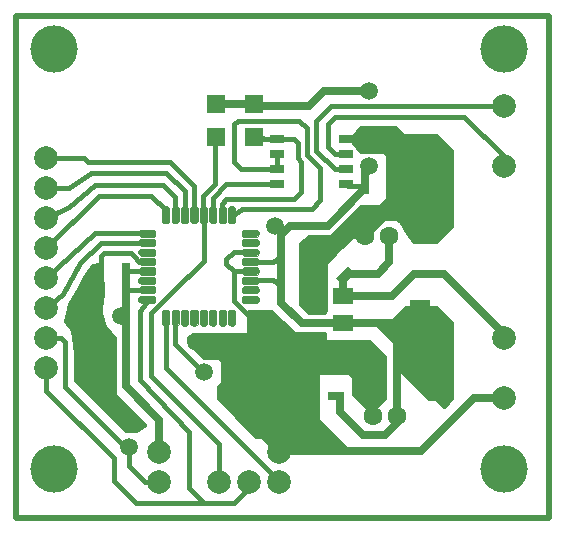
<source format=gbl>
%FSLAX34Y34*%
%MOMM*%
%LNCOPPER_BOTTOM*%
G71*
G01*
%ADD10C, 0.40*%
%ADD11C, 4.00*%
%ADD12C, 0.70*%
%ADD13C, 1.50*%
%ADD14C, 2.00*%
%ADD15C, 0.00*%
%ADD16R, 0.50X0.50*%
%ADD17R, 0.80X1.43*%
%ADD18R, 1.43X0.80*%
%ADD19R, 1.60X1.60*%
%ADD20R, 1.70X1.40*%
%ADD21R, 1.70X4.00*%
%ADD22C, 1.60*%
%ADD23R, 1.20X0.72*%
%ADD24C, 0.50*%
%LPD*%
G54D10*
X196850Y-9525D02*
X184275Y-9525D01*
X184150Y-9400D01*
X177800Y-15750D01*
X177800Y-19263D01*
X183918Y-25380D01*
X196705Y-25380D01*
X196850Y-25525D01*
X412750Y162050D02*
G54D11*
D03*
X412750Y-193550D02*
G54D11*
D03*
X31750Y162050D02*
G54D11*
D03*
X31750Y-193550D02*
G54D11*
D03*
G54D10*
X196850Y-17525D02*
X217349Y-17525D01*
X224979Y-13069D01*
G54D10*
X196850Y-33525D02*
X216860Y-33525D01*
X224979Y-38469D01*
G54D10*
X244965Y-16270D02*
X244965Y-35320D01*
G54D12*
X276354Y-46828D02*
X276354Y-33306D01*
X281754Y-27906D01*
X305900Y-27906D01*
X315493Y-18313D01*
X315493Y3934D01*
X315984Y4425D01*
G54D10*
X295984Y4425D02*
X283961Y4425D01*
X266716Y-12820D01*
G54D12*
X276354Y-69828D02*
X341354Y-69828D01*
G54D10*
X302334Y-141625D02*
X302334Y-119454D01*
X293268Y-110388D01*
X275177Y-110388D01*
X274252Y-111313D01*
G54D12*
X322334Y-141625D02*
X322334Y-154347D01*
X312318Y-164363D01*
X293268Y-164363D01*
X274218Y-145313D01*
X274218Y-132613D01*
G54D12*
X322334Y-141625D02*
X322334Y-71797D01*
X322316Y-69908D01*
G54D10*
X274252Y-111313D02*
X274252Y-94930D01*
X276354Y-92828D01*
G54D12*
X276354Y-69828D02*
X241719Y-69828D01*
X223645Y-52989D01*
X223665Y-16237D01*
G54D12*
X276354Y-46828D02*
X318172Y-46828D01*
X336550Y-28450D01*
X361950Y-28450D01*
G54D10*
X266716Y-12820D02*
X248415Y-12820D01*
X244965Y-16270D01*
G36*
X260350Y-79250D02*
X234950Y-79250D01*
X215900Y-60200D01*
X196850Y-60200D01*
X196850Y-104650D01*
X260350Y-104650D01*
X260350Y-79250D01*
G37*
G54D10*
X260350Y-79250D02*
X234950Y-79250D01*
X215900Y-60200D01*
X196850Y-60200D01*
X196850Y-104650D01*
X260350Y-104650D01*
X260350Y-79250D01*
G36*
X274252Y-111313D02*
X197163Y-111313D01*
X196850Y-111000D01*
X196850Y-104650D01*
X241300Y-104650D01*
X260350Y-85600D01*
X285750Y-85600D01*
X285750Y-111000D01*
X274565Y-111000D01*
X274252Y-111313D01*
G37*
G54D10*
X274252Y-111313D02*
X197163Y-111313D01*
X196850Y-111000D01*
X196850Y-104650D01*
X241300Y-104650D01*
X260350Y-85600D01*
X285750Y-85600D01*
X285750Y-111000D01*
X274565Y-111000D01*
X274252Y-111313D01*
G36*
X260350Y-60200D02*
X247650Y-60200D01*
X241300Y-53850D01*
X241300Y-3050D01*
X247650Y3300D01*
X260684Y3300D01*
X271760Y-7776D01*
X261648Y-17888D01*
X261648Y-58902D01*
X260350Y-60200D01*
G37*
G54D10*
X260350Y-60200D02*
X247650Y-60200D01*
X241300Y-53850D01*
X241300Y-3050D01*
X247650Y3300D01*
X260684Y3300D01*
X271760Y-7776D01*
X261648Y-17888D01*
X261648Y-58902D01*
X260350Y-60200D01*
X254000Y-85600D02*
G54D13*
D03*
X254000Y-53850D02*
G54D13*
D03*
G54D10*
X295335Y46329D02*
X280772Y46329D01*
X279401Y47700D01*
G36*
X260684Y3300D02*
X266700Y3300D01*
X292100Y28700D01*
X307975Y28700D01*
X314325Y35050D01*
X314325Y43985D01*
X316635Y46295D01*
X321834Y46295D01*
X325887Y42243D01*
X325887Y23744D01*
X321597Y19454D01*
X311014Y19454D01*
X295984Y4425D01*
X283961Y4425D01*
X271760Y-7776D01*
X270544Y-7776D01*
X262080Y688D01*
X264088Y688D01*
X266700Y3300D01*
X260684Y3300D01*
G37*
G54D10*
X260684Y3300D02*
X266700Y3300D01*
X292100Y28700D01*
X307975Y28700D01*
X314325Y35050D01*
X314325Y43985D01*
X316635Y46295D01*
X321834Y46295D01*
X325887Y42243D01*
X325887Y23744D01*
X321597Y19454D01*
X311014Y19454D01*
X295984Y4425D01*
X283961Y4425D01*
X271760Y-7776D01*
X270544Y-7776D01*
X262080Y688D01*
X264088Y688D01*
X266700Y3300D01*
X260684Y3300D01*
G36*
X285750Y-85600D02*
X298450Y-85600D01*
X311150Y-98300D01*
X311150Y-132809D01*
X302334Y-141625D01*
X297325Y-141625D01*
X285750Y-130050D01*
X285750Y-115678D01*
X281385Y-111313D01*
X281385Y-89965D01*
X285750Y-85600D01*
G37*
G54D10*
X285750Y-85600D02*
X298450Y-85600D01*
X311150Y-98300D01*
X311150Y-132809D01*
X302334Y-141625D01*
X297325Y-141625D01*
X285750Y-130050D01*
X285750Y-115678D01*
X281385Y-111313D01*
X281385Y-89965D01*
X285750Y-85600D01*
G54D10*
X279401Y73100D02*
X269925Y73100D01*
X263525Y79500D01*
X263525Y98550D01*
X269875Y104900D01*
X349250Y104900D01*
G54D10*
X279401Y60400D02*
X269925Y60400D01*
X254000Y76325D01*
X254000Y101725D01*
X266700Y114425D01*
X349250Y114425D01*
G54D10*
X166350Y20975D02*
X166350Y36300D01*
X177800Y47750D01*
X220451Y47750D01*
X220501Y47700D01*
G54D10*
X182350Y20975D02*
X182775Y20975D01*
X190705Y27257D01*
X250495Y27257D01*
X257154Y34733D01*
X257175Y61554D01*
X245939Y72785D01*
X245951Y95375D01*
X239551Y101675D01*
G54D10*
X220501Y60400D02*
X220501Y73100D01*
G54D10*
X174350Y20975D02*
X174350Y31600D01*
X177800Y35050D01*
X234950Y35050D01*
X241300Y41400D01*
X241300Y66800D01*
X238125Y69975D01*
X238125Y82675D01*
X234950Y85850D01*
X220551Y85850D01*
X220501Y85800D01*
G54D10*
X239551Y101675D02*
X187275Y101675D01*
X184150Y98550D01*
X184150Y66800D01*
X190500Y60450D01*
X220451Y60450D01*
X220501Y60400D01*
G54D10*
X201139Y88081D02*
X207319Y88081D01*
X209550Y85850D01*
X220451Y85850D01*
X220501Y85800D01*
G54D10*
X158350Y20975D02*
X158350Y37825D01*
X168275Y47750D01*
X168275Y86967D01*
X169389Y88081D01*
G54D10*
X201139Y116081D02*
X169389Y116081D01*
G54D10*
X199118Y-65725D02*
X193550Y-60200D01*
X184150Y-50800D01*
X184150Y-25613D01*
X183918Y-25380D01*
G54D12*
X295335Y46329D02*
X295335Y44510D01*
X263525Y12700D01*
X232001Y12700D01*
X224010Y4709D01*
X224010Y-15892D01*
X223665Y-16237D01*
X298450Y63500D02*
G54D13*
D03*
X298450Y127000D02*
G54D13*
D03*
G54D12*
X295335Y46329D02*
X295335Y60385D01*
X298450Y63500D01*
G36*
X314325Y43985D02*
X314325Y73025D01*
X311150Y76200D01*
X292100Y76200D01*
X285750Y82550D01*
X285750Y88900D01*
X292100Y95250D01*
X320675Y95250D01*
X327025Y88900D01*
X327025Y24882D01*
X325887Y23744D01*
X325506Y23744D01*
X317500Y31750D01*
X317500Y41497D01*
X316635Y46295D01*
X314325Y43985D01*
G37*
G54D10*
X314325Y43985D02*
X314325Y73025D01*
X311150Y76200D01*
X292100Y76200D01*
X285750Y82550D01*
X285750Y88900D01*
X292100Y95250D01*
X320675Y95250D01*
X327025Y88900D01*
X327025Y24882D01*
X325887Y23744D01*
X325506Y23744D01*
X317500Y31750D01*
X317500Y41497D01*
X316635Y46295D01*
X314325Y43985D01*
G54D12*
X298450Y127000D02*
X260350Y127000D01*
X247650Y114300D01*
X202920Y114300D01*
X201139Y116081D01*
G54D12*
X201139Y116081D02*
X169389Y116081D01*
X355600Y69850D02*
G54D14*
D03*
X355600Y44450D02*
G54D14*
D03*
X25400Y69850D02*
G54D14*
D03*
X25400Y44450D02*
G54D14*
D03*
X25400Y19050D02*
G54D14*
D03*
X25400Y-6350D02*
G54D14*
D03*
X25400Y-31750D02*
G54D14*
D03*
X25400Y-57150D02*
G54D14*
D03*
X355600Y-82550D02*
G54D14*
D03*
X355600Y-107950D02*
G54D14*
D03*
G36*
X355600Y-133350D02*
X349250Y-133350D01*
X323850Y-107950D01*
X323850Y-88900D01*
X304800Y-69850D01*
X317500Y-69850D01*
X330200Y-57150D01*
X355600Y-57150D01*
X368300Y-69850D01*
X368300Y-120650D01*
X355600Y-133350D01*
G37*
G54D10*
X355600Y-133350D02*
X349250Y-133350D01*
X323850Y-107950D01*
X323850Y-88900D01*
X304800Y-69850D01*
X317500Y-69850D01*
X330200Y-57150D01*
X355600Y-57150D01*
X368300Y-69850D01*
X368300Y-120650D01*
X355600Y-133350D01*
G36*
X368300Y-120650D02*
X368300Y-133350D01*
X361950Y-139700D01*
X355600Y-133350D01*
X368300Y-120650D01*
G37*
G54D10*
X368300Y-120650D02*
X368300Y-133350D01*
X361950Y-139700D01*
X355600Y-133350D01*
X368300Y-120650D01*
G36*
X327025Y88900D02*
X355600Y88900D01*
X368300Y76200D01*
X368300Y12700D01*
X355600Y0D01*
X336550Y0D01*
X331784Y6350D01*
X325752Y16636D01*
X321597Y19454D01*
X327025Y88900D01*
G37*
G54D10*
X327025Y88900D02*
X355600Y88900D01*
X368300Y76200D01*
X368300Y12700D01*
X355600Y0D01*
X336550Y0D01*
X331784Y6350D01*
X325752Y16636D01*
X321597Y19454D01*
X327025Y88900D01*
X412750Y-133350D02*
G54D14*
D03*
X412750Y114300D02*
G54D14*
D03*
X412750Y63500D02*
G54D14*
D03*
X412750Y-82550D02*
G54D14*
D03*
G54D10*
X349250Y114425D02*
X412625Y114425D01*
X412750Y114300D01*
G54D10*
X412750Y63500D02*
X412750Y71495D01*
X379171Y104709D01*
X342856Y104953D01*
X342900Y104900D01*
G54D12*
X412750Y-82550D02*
X412750Y-79250D01*
X361950Y-28450D01*
G54D12*
X412750Y-133350D02*
X387350Y-133350D01*
X342900Y-177800D01*
X279400Y-177800D01*
X254000Y-152400D01*
X254000Y-107950D01*
X222683Y-178684D02*
G54D14*
D03*
X222683Y-204084D02*
G54D14*
D03*
X197283Y-204084D02*
G54D14*
D03*
X171880Y-204080D02*
G54D14*
D03*
X121083Y-204084D02*
G54D14*
D03*
X121083Y-178684D02*
G54D14*
D03*
X25400Y-82550D02*
G54D14*
D03*
X25400Y-107950D02*
G54D14*
D03*
G36*
X279400Y-177800D02*
X223567Y-177800D01*
X222683Y-178684D01*
X222683Y-178233D01*
X209550Y-165100D01*
X209550Y-107950D01*
X247650Y-107950D01*
X254000Y-114300D01*
X254000Y-152400D01*
X279400Y-177800D01*
G37*
G54D12*
X279400Y-177800D02*
X223567Y-177800D01*
X222683Y-178684D01*
X222683Y-178233D01*
X209550Y-165100D01*
X209550Y-107950D01*
X247650Y-107950D01*
X254000Y-114300D01*
X254000Y-152400D01*
X279400Y-177800D01*
G54D10*
X222683Y-204084D02*
X222683Y-203633D01*
X127000Y-107950D01*
X127000Y-64675D01*
X126350Y-64025D01*
G54D10*
X171880Y-204080D02*
X171880Y-171880D01*
X114300Y-114300D01*
X114300Y-61172D01*
X132070Y-43402D01*
X132070Y-43332D01*
X158479Y-16923D01*
X158479Y20846D01*
X158350Y20975D01*
G54D10*
X197283Y-204084D02*
X197283Y-209117D01*
X184150Y-222250D01*
X158750Y-222250D01*
X146050Y-209550D01*
X146050Y-161925D01*
X104775Y-117475D01*
X104775Y-59775D01*
X111850Y-49525D01*
X95250Y-174500D02*
G54D13*
D03*
X158750Y-111000D02*
G54D13*
D03*
G54D10*
X158750Y-111000D02*
X157897Y-111000D01*
X134527Y-87630D01*
X134527Y-64202D01*
X134350Y-64025D01*
G54D10*
X121083Y-204084D02*
X108834Y-204084D01*
X95250Y-190500D01*
X95250Y-174500D01*
G54D12*
X121083Y-178684D02*
X121083Y-151432D01*
X92740Y-123089D01*
X92565Y-22620D01*
G54D10*
X95250Y-174500D02*
X91950Y-174500D01*
X41275Y-123825D01*
G54D10*
X111850Y-1525D02*
X71500Y-1525D01*
X53975Y-19050D01*
X39420Y-45338D01*
X25400Y-57150D01*
G54D10*
X111850Y-41525D02*
X92714Y-41525D01*
X92592Y-41647D01*
G54D10*
X111850Y-25525D02*
X95469Y-25525D01*
X92565Y-22620D01*
G54D10*
X111850Y6475D02*
X66800Y6475D01*
X25400Y-31750D01*
G36*
X82550Y-82550D02*
X73808Y-72860D01*
X70880Y-61417D01*
X71292Y-41613D01*
X69850Y-57150D01*
X69850Y-79375D01*
X57150Y-92075D01*
X53975Y-92075D01*
X50800Y-95250D01*
X50800Y-117475D01*
X92693Y-160275D01*
X101600Y-160275D01*
X107950Y-155575D01*
X82550Y-130175D01*
X82550Y-82550D01*
G37*
G54D10*
X82550Y-82550D02*
X73808Y-72860D01*
X70880Y-61417D01*
X71292Y-41613D01*
X69850Y-57150D01*
X69850Y-79375D01*
X57150Y-92075D01*
X53975Y-92075D01*
X50800Y-95250D01*
X50800Y-117475D01*
X92693Y-160275D01*
X101600Y-160275D01*
X107950Y-155575D01*
X82550Y-130175D01*
X82550Y-82550D01*
G36*
X209550Y-165100D02*
X203200Y-165100D01*
X171450Y-133350D01*
X171450Y-123825D01*
X174625Y-120650D01*
X174625Y-101600D01*
X171450Y-98425D01*
X158750Y-98425D01*
X146050Y-85725D01*
X146050Y-82550D01*
X149225Y-79375D01*
X196850Y-79375D01*
X196850Y-95250D01*
X215900Y-114300D01*
X215900Y-152400D01*
X203200Y-165100D01*
X209550Y-165100D01*
G37*
G54D10*
X209550Y-165100D02*
X203200Y-165100D01*
X171450Y-133350D01*
X171450Y-123825D01*
X174625Y-120650D01*
X174625Y-101600D01*
X171450Y-98425D01*
X158750Y-98425D01*
X146050Y-85725D01*
X146050Y-82550D01*
X149225Y-79375D01*
X196850Y-79375D01*
X196850Y-95250D01*
X215900Y-114300D01*
X215900Y-152400D01*
X203200Y-165100D01*
X209550Y-165100D01*
X152400Y-85600D02*
G54D13*
D03*
X76200Y-111000D02*
G54D13*
D03*
G54D10*
X126350Y20975D02*
X126350Y26050D01*
X114300Y38100D01*
X69850Y38100D01*
X25400Y-6350D01*
G54D10*
X134350Y20975D02*
X134350Y37100D01*
X123825Y47625D01*
X66675Y47625D01*
X44450Y28575D01*
G54D10*
X44450Y28575D02*
X25400Y19050D01*
G54D10*
X142350Y20975D02*
X142350Y41800D01*
X127000Y57150D01*
X63500Y57150D01*
X44450Y44450D01*
X25400Y44450D01*
G54D10*
X150350Y20975D02*
X150350Y46500D01*
X130175Y66675D01*
X60325Y66675D01*
X57150Y69850D01*
X25400Y69850D01*
G54D10*
X41275Y-123825D02*
X41275Y-85725D01*
X38100Y-82550D01*
X25400Y-82550D01*
G54D10*
X158750Y-222250D02*
X101600Y-222250D01*
X82550Y-203200D01*
X82550Y-184150D01*
X25400Y-127000D01*
X25400Y-107950D01*
G36*
X71265Y-22587D02*
X65216Y-21611D01*
X58125Y-30775D01*
X53003Y-40418D01*
X45189Y-53475D01*
X42013Y-68297D01*
X47862Y-75557D01*
X50800Y-95250D01*
X66550Y-95250D01*
X76200Y-85600D01*
X69850Y-69850D01*
X71292Y-48780D01*
X71292Y-22614D01*
X71265Y-22587D01*
G37*
G54D10*
X71265Y-22587D02*
X65216Y-21611D01*
X58125Y-30775D01*
X53003Y-40418D01*
X45189Y-53475D01*
X42013Y-68297D01*
X47862Y-75557D01*
X50800Y-95250D01*
X66550Y-95250D01*
X76200Y-85600D01*
X69850Y-69850D01*
X71292Y-48780D01*
X71292Y-22614D01*
X71265Y-22587D01*
G54D10*
X111850Y-17525D02*
X103883Y-17525D01*
X99978Y-13620D01*
X99978Y-13462D01*
X96809Y-10292D01*
X74305Y-10292D01*
X71769Y-12828D01*
X71769Y-22082D01*
X71265Y-22587D01*
X88900Y-63500D02*
G54D13*
D03*
X218892Y12714D02*
G54D13*
D03*
G36*
X205350Y7475D02*
X203350Y9475D01*
X192350Y9475D01*
X191350Y8475D01*
X191350Y4475D01*
X192350Y3475D01*
X203350Y3475D01*
X205350Y5475D01*
X205350Y7475D01*
G37*
G54D15*
X205350Y7475D02*
X203350Y9475D01*
X192350Y9475D01*
X191350Y8475D01*
X191350Y4475D01*
X192350Y3475D01*
X203350Y3475D01*
X205350Y5475D01*
X205350Y7475D01*
G36*
X205350Y-525D02*
X203350Y1475D01*
X192350Y1475D01*
X191350Y475D01*
X191350Y-3525D01*
X192350Y-4525D01*
X203350Y-4525D01*
X205350Y-2525D01*
X205350Y-525D01*
G37*
G54D15*
X205350Y-525D02*
X203350Y1475D01*
X192350Y1475D01*
X191350Y475D01*
X191350Y-3525D01*
X192350Y-4525D01*
X203350Y-4525D01*
X205350Y-2525D01*
X205350Y-525D01*
X196850Y6475D02*
G54D16*
D03*
X196850Y-1525D02*
G54D16*
D03*
G36*
X205350Y-8525D02*
X203350Y-6525D01*
X192350Y-6525D01*
X191350Y-7525D01*
X191350Y-11525D01*
X192350Y-12525D01*
X203350Y-12525D01*
X205350Y-10525D01*
X205350Y-8525D01*
G37*
G54D15*
X205350Y-8525D02*
X203350Y-6525D01*
X192350Y-6525D01*
X191350Y-7525D01*
X191350Y-11525D01*
X192350Y-12525D01*
X203350Y-12525D01*
X205350Y-10525D01*
X205350Y-8525D01*
G36*
X205350Y-16525D02*
X203350Y-14525D01*
X192350Y-14525D01*
X191350Y-15525D01*
X191350Y-19525D01*
X192350Y-20525D01*
X203350Y-20525D01*
X205350Y-18525D01*
X205350Y-16525D01*
G37*
G54D15*
X205350Y-16525D02*
X203350Y-14525D01*
X192350Y-14525D01*
X191350Y-15525D01*
X191350Y-19525D01*
X192350Y-20525D01*
X203350Y-20525D01*
X205350Y-18525D01*
X205350Y-16525D01*
X196850Y-9525D02*
G54D16*
D03*
X196850Y-17525D02*
G54D16*
D03*
G36*
X205350Y-24525D02*
X203350Y-22525D01*
X192350Y-22525D01*
X191350Y-23525D01*
X191350Y-27525D01*
X192350Y-28525D01*
X203350Y-28525D01*
X205350Y-26525D01*
X205350Y-24525D01*
G37*
G54D15*
X205350Y-24525D02*
X203350Y-22525D01*
X192350Y-22525D01*
X191350Y-23525D01*
X191350Y-27525D01*
X192350Y-28525D01*
X203350Y-28525D01*
X205350Y-26525D01*
X205350Y-24525D01*
G36*
X205350Y-32525D02*
X203350Y-30525D01*
X192350Y-30525D01*
X191350Y-31525D01*
X191350Y-35525D01*
X192350Y-36525D01*
X203350Y-36525D01*
X205350Y-34525D01*
X205350Y-32525D01*
G37*
G54D15*
X205350Y-32525D02*
X203350Y-30525D01*
X192350Y-30525D01*
X191350Y-31525D01*
X191350Y-35525D01*
X192350Y-36525D01*
X203350Y-36525D01*
X205350Y-34525D01*
X205350Y-32525D01*
X196850Y-25525D02*
G54D16*
D03*
X196850Y-33525D02*
G54D16*
D03*
G36*
X205350Y-40525D02*
X203350Y-38525D01*
X192350Y-38525D01*
X191350Y-39525D01*
X191350Y-43525D01*
X192350Y-44525D01*
X203350Y-44525D01*
X205350Y-42525D01*
X205350Y-40525D01*
G37*
G54D15*
X205350Y-40525D02*
X203350Y-38525D01*
X192350Y-38525D01*
X191350Y-39525D01*
X191350Y-43525D01*
X192350Y-44525D01*
X203350Y-44525D01*
X205350Y-42525D01*
X205350Y-40525D01*
G36*
X205350Y-48525D02*
X203350Y-46525D01*
X192350Y-46525D01*
X191350Y-47525D01*
X191350Y-51525D01*
X192350Y-52525D01*
X203350Y-52525D01*
X205350Y-50525D01*
X205350Y-48525D01*
G37*
G54D15*
X205350Y-48525D02*
X203350Y-46525D01*
X192350Y-46525D01*
X191350Y-47525D01*
X191350Y-51525D01*
X192350Y-52525D01*
X203350Y-52525D01*
X205350Y-50525D01*
X205350Y-48525D01*
X196850Y-41525D02*
G54D16*
D03*
X196850Y-49525D02*
G54D16*
D03*
G36*
X125350Y29475D02*
X123350Y27475D01*
X123350Y16475D01*
X124350Y15475D01*
X128350Y15475D01*
X129350Y16475D01*
X129350Y27475D01*
X127350Y29475D01*
X125350Y29475D01*
G37*
G54D15*
X125350Y29475D02*
X123350Y27475D01*
X123350Y16475D01*
X124350Y15475D01*
X128350Y15475D01*
X129350Y16475D01*
X129350Y27475D01*
X127350Y29475D01*
X125350Y29475D01*
G36*
X133350Y29475D02*
X131350Y27475D01*
X131350Y16475D01*
X132350Y15475D01*
X136350Y15475D01*
X137350Y16475D01*
X137350Y27475D01*
X135350Y29475D01*
X133350Y29475D01*
G37*
G54D15*
X133350Y29475D02*
X131350Y27475D01*
X131350Y16475D01*
X132350Y15475D01*
X136350Y15475D01*
X137350Y16475D01*
X137350Y27475D01*
X135350Y29475D01*
X133350Y29475D01*
X126350Y20975D02*
G54D16*
D03*
X134350Y20975D02*
G54D16*
D03*
G36*
X141350Y29475D02*
X139350Y27475D01*
X139350Y16475D01*
X140350Y15475D01*
X144350Y15475D01*
X145350Y16475D01*
X145350Y27475D01*
X143350Y29475D01*
X141350Y29475D01*
G37*
G54D15*
X141350Y29475D02*
X139350Y27475D01*
X139350Y16475D01*
X140350Y15475D01*
X144350Y15475D01*
X145350Y16475D01*
X145350Y27475D01*
X143350Y29475D01*
X141350Y29475D01*
G36*
X149350Y29475D02*
X147350Y27475D01*
X147350Y16475D01*
X148350Y15475D01*
X152350Y15475D01*
X153350Y16475D01*
X153350Y27475D01*
X151350Y29475D01*
X149350Y29475D01*
G37*
G54D15*
X149350Y29475D02*
X147350Y27475D01*
X147350Y16475D01*
X148350Y15475D01*
X152350Y15475D01*
X153350Y16475D01*
X153350Y27475D01*
X151350Y29475D01*
X149350Y29475D01*
X142350Y20975D02*
G54D16*
D03*
X150350Y20975D02*
G54D16*
D03*
G36*
X157350Y29475D02*
X155350Y27475D01*
X155350Y16475D01*
X156350Y15475D01*
X160350Y15475D01*
X161350Y16475D01*
X161350Y27475D01*
X159350Y29475D01*
X157350Y29475D01*
G37*
G54D15*
X157350Y29475D02*
X155350Y27475D01*
X155350Y16475D01*
X156350Y15475D01*
X160350Y15475D01*
X161350Y16475D01*
X161350Y27475D01*
X159350Y29475D01*
X157350Y29475D01*
G36*
X165350Y29475D02*
X163350Y27475D01*
X163350Y16475D01*
X164350Y15475D01*
X168350Y15475D01*
X169350Y16475D01*
X169350Y27475D01*
X167350Y29475D01*
X165350Y29475D01*
G37*
G54D15*
X165350Y29475D02*
X163350Y27475D01*
X163350Y16475D01*
X164350Y15475D01*
X168350Y15475D01*
X169350Y16475D01*
X169350Y27475D01*
X167350Y29475D01*
X165350Y29475D01*
X158350Y20975D02*
G54D16*
D03*
X166350Y20975D02*
G54D16*
D03*
G36*
X173350Y29475D02*
X171350Y27475D01*
X171350Y16475D01*
X172350Y15475D01*
X176350Y15475D01*
X177350Y16475D01*
X177350Y27475D01*
X175350Y29475D01*
X173350Y29475D01*
G37*
G54D15*
X173350Y29475D02*
X171350Y27475D01*
X171350Y16475D01*
X172350Y15475D01*
X176350Y15475D01*
X177350Y16475D01*
X177350Y27475D01*
X175350Y29475D01*
X173350Y29475D01*
G36*
X181350Y29475D02*
X179350Y27475D01*
X179350Y16475D01*
X180350Y15475D01*
X184350Y15475D01*
X185350Y16475D01*
X185350Y27475D01*
X183350Y29475D01*
X181350Y29475D01*
G37*
G54D15*
X181350Y29475D02*
X179350Y27475D01*
X179350Y16475D01*
X180350Y15475D01*
X184350Y15475D01*
X185350Y16475D01*
X185350Y27475D01*
X183350Y29475D01*
X181350Y29475D01*
X174350Y20975D02*
G54D16*
D03*
X182350Y20975D02*
G54D16*
D03*
G36*
X103350Y-50525D02*
X105350Y-52525D01*
X116350Y-52525D01*
X117350Y-51525D01*
X117350Y-47525D01*
X116350Y-46525D01*
X105350Y-46525D01*
X103350Y-48525D01*
X103350Y-50525D01*
G37*
G54D15*
X103350Y-50525D02*
X105350Y-52525D01*
X116350Y-52525D01*
X117350Y-51525D01*
X117350Y-47525D01*
X116350Y-46525D01*
X105350Y-46525D01*
X103350Y-48525D01*
X103350Y-50525D01*
G36*
X103350Y-42525D02*
X105350Y-44525D01*
X116350Y-44525D01*
X117350Y-43525D01*
X117350Y-39525D01*
X116350Y-38525D01*
X105350Y-38525D01*
X103350Y-40525D01*
X103350Y-42525D01*
G37*
G54D15*
X103350Y-42525D02*
X105350Y-44525D01*
X116350Y-44525D01*
X117350Y-43525D01*
X117350Y-39525D01*
X116350Y-38525D01*
X105350Y-38525D01*
X103350Y-40525D01*
X103350Y-42525D01*
X111850Y-49525D02*
G54D16*
D03*
X111850Y-41525D02*
G54D16*
D03*
G36*
X103350Y-34525D02*
X105350Y-36525D01*
X116350Y-36525D01*
X117350Y-35525D01*
X117350Y-31525D01*
X116350Y-30525D01*
X105350Y-30525D01*
X103350Y-32525D01*
X103350Y-34525D01*
G37*
G54D15*
X103350Y-34525D02*
X105350Y-36525D01*
X116350Y-36525D01*
X117350Y-35525D01*
X117350Y-31525D01*
X116350Y-30525D01*
X105350Y-30525D01*
X103350Y-32525D01*
X103350Y-34525D01*
G36*
X103350Y-26525D02*
X105350Y-28525D01*
X116350Y-28525D01*
X117350Y-27525D01*
X117350Y-23525D01*
X116350Y-22525D01*
X105350Y-22525D01*
X103350Y-24525D01*
X103350Y-26525D01*
G37*
G54D15*
X103350Y-26525D02*
X105350Y-28525D01*
X116350Y-28525D01*
X117350Y-27525D01*
X117350Y-23525D01*
X116350Y-22525D01*
X105350Y-22525D01*
X103350Y-24525D01*
X103350Y-26525D01*
X111850Y-33525D02*
G54D16*
D03*
X111850Y-25525D02*
G54D16*
D03*
G36*
X103350Y-18525D02*
X105350Y-20525D01*
X116350Y-20525D01*
X117350Y-19525D01*
X117350Y-15525D01*
X116350Y-14525D01*
X105350Y-14525D01*
X103350Y-16525D01*
X103350Y-18525D01*
G37*
G54D15*
X103350Y-18525D02*
X105350Y-20525D01*
X116350Y-20525D01*
X117350Y-19525D01*
X117350Y-15525D01*
X116350Y-14525D01*
X105350Y-14525D01*
X103350Y-16525D01*
X103350Y-18525D01*
G36*
X103350Y-10525D02*
X105350Y-12525D01*
X116350Y-12525D01*
X117350Y-11525D01*
X117350Y-7525D01*
X116350Y-6525D01*
X105350Y-6525D01*
X103350Y-8525D01*
X103350Y-10525D01*
G37*
G54D15*
X103350Y-10525D02*
X105350Y-12525D01*
X116350Y-12525D01*
X117350Y-11525D01*
X117350Y-7525D01*
X116350Y-6525D01*
X105350Y-6525D01*
X103350Y-8525D01*
X103350Y-10525D01*
X111850Y-17525D02*
G54D16*
D03*
X111850Y-9525D02*
G54D16*
D03*
G36*
X103350Y-2525D02*
X105350Y-4525D01*
X116350Y-4525D01*
X117350Y-3525D01*
X117350Y475D01*
X116350Y1475D01*
X105350Y1475D01*
X103350Y-525D01*
X103350Y-2525D01*
G37*
G54D15*
X103350Y-2525D02*
X105350Y-4525D01*
X116350Y-4525D01*
X117350Y-3525D01*
X117350Y475D01*
X116350Y1475D01*
X105350Y1475D01*
X103350Y-525D01*
X103350Y-2525D01*
G36*
X103350Y5475D02*
X105350Y3475D01*
X116350Y3475D01*
X117350Y4475D01*
X117350Y8475D01*
X116350Y9475D01*
X105350Y9475D01*
X103350Y7475D01*
X103350Y5475D01*
G37*
G54D15*
X103350Y5475D02*
X105350Y3475D01*
X116350Y3475D01*
X117350Y4475D01*
X117350Y8475D01*
X116350Y9475D01*
X105350Y9475D01*
X103350Y7475D01*
X103350Y5475D01*
X111850Y-1525D02*
G54D16*
D03*
X111850Y6475D02*
G54D16*
D03*
G36*
X183350Y-72525D02*
X185350Y-70525D01*
X185350Y-59525D01*
X184350Y-58525D01*
X180350Y-58525D01*
X179350Y-59525D01*
X179350Y-70525D01*
X181350Y-72525D01*
X183350Y-72525D01*
G37*
G54D15*
X183350Y-72525D02*
X185350Y-70525D01*
X185350Y-59525D01*
X184350Y-58525D01*
X180350Y-58525D01*
X179350Y-59525D01*
X179350Y-70525D01*
X181350Y-72525D01*
X183350Y-72525D01*
G36*
X175350Y-72525D02*
X177350Y-70525D01*
X177350Y-59525D01*
X176350Y-58525D01*
X172350Y-58525D01*
X171350Y-59525D01*
X171350Y-70525D01*
X173350Y-72525D01*
X175350Y-72525D01*
G37*
G54D15*
X175350Y-72525D02*
X177350Y-70525D01*
X177350Y-59525D01*
X176350Y-58525D01*
X172350Y-58525D01*
X171350Y-59525D01*
X171350Y-70525D01*
X173350Y-72525D01*
X175350Y-72525D01*
X182350Y-64025D02*
G54D16*
D03*
X174350Y-64025D02*
G54D16*
D03*
G36*
X167350Y-72525D02*
X169350Y-70525D01*
X169350Y-59525D01*
X168350Y-58525D01*
X164350Y-58525D01*
X163350Y-59525D01*
X163350Y-70525D01*
X165350Y-72525D01*
X167350Y-72525D01*
G37*
G54D15*
X167350Y-72525D02*
X169350Y-70525D01*
X169350Y-59525D01*
X168350Y-58525D01*
X164350Y-58525D01*
X163350Y-59525D01*
X163350Y-70525D01*
X165350Y-72525D01*
X167350Y-72525D01*
G36*
X159350Y-72525D02*
X161350Y-70525D01*
X161350Y-59525D01*
X160350Y-58525D01*
X156350Y-58525D01*
X155350Y-59525D01*
X155350Y-70525D01*
X157350Y-72525D01*
X159350Y-72525D01*
G37*
G54D15*
X159350Y-72525D02*
X161350Y-70525D01*
X161350Y-59525D01*
X160350Y-58525D01*
X156350Y-58525D01*
X155350Y-59525D01*
X155350Y-70525D01*
X157350Y-72525D01*
X159350Y-72525D01*
X166350Y-64025D02*
G54D16*
D03*
X158350Y-64025D02*
G54D16*
D03*
G36*
X151350Y-72525D02*
X153350Y-70525D01*
X153350Y-59525D01*
X152350Y-58525D01*
X148350Y-58525D01*
X147350Y-59525D01*
X147350Y-70525D01*
X149350Y-72525D01*
X151350Y-72525D01*
G37*
G54D15*
X151350Y-72525D02*
X153350Y-70525D01*
X153350Y-59525D01*
X152350Y-58525D01*
X148350Y-58525D01*
X147350Y-59525D01*
X147350Y-70525D01*
X149350Y-72525D01*
X151350Y-72525D01*
G36*
X143350Y-72525D02*
X145350Y-70525D01*
X145350Y-59525D01*
X144350Y-58525D01*
X140350Y-58525D01*
X139350Y-59525D01*
X139350Y-70525D01*
X141350Y-72525D01*
X143350Y-72525D01*
G37*
G54D15*
X143350Y-72525D02*
X145350Y-70525D01*
X145350Y-59525D01*
X144350Y-58525D01*
X140350Y-58525D01*
X139350Y-59525D01*
X139350Y-70525D01*
X141350Y-72525D01*
X143350Y-72525D01*
X150350Y-64025D02*
G54D16*
D03*
X142350Y-64025D02*
G54D16*
D03*
G36*
X135350Y-72525D02*
X137350Y-70525D01*
X137350Y-59525D01*
X136350Y-58525D01*
X132350Y-58525D01*
X131350Y-59525D01*
X131350Y-70525D01*
X133350Y-72525D01*
X135350Y-72525D01*
G37*
G54D15*
X135350Y-72525D02*
X137350Y-70525D01*
X137350Y-59525D01*
X136350Y-58525D01*
X132350Y-58525D01*
X131350Y-59525D01*
X131350Y-70525D01*
X133350Y-72525D01*
X135350Y-72525D01*
G36*
X127350Y-72525D02*
X129350Y-70525D01*
X129350Y-59525D01*
X128350Y-58525D01*
X124350Y-58525D01*
X123350Y-59525D01*
X123350Y-70525D01*
X125350Y-72525D01*
X127350Y-72525D01*
G37*
G54D15*
X127350Y-72525D02*
X129350Y-70525D01*
X129350Y-59525D01*
X128350Y-58525D01*
X124350Y-58525D01*
X123350Y-59525D01*
X123350Y-70525D01*
X125350Y-72525D01*
X127350Y-72525D01*
X134350Y-64025D02*
G54D16*
D03*
X126350Y-64025D02*
G54D16*
D03*
X224010Y-15892D02*
G54D17*
D03*
X245310Y-15858D02*
G54D17*
D03*
X223629Y-35410D02*
G54D17*
D03*
X244929Y-35376D02*
G54D17*
D03*
X71080Y-25645D02*
G54D17*
D03*
X92380Y-25611D02*
G54D17*
D03*
X71292Y-41613D02*
G54D17*
D03*
X92592Y-41580D02*
G54D17*
D03*
X295335Y46329D02*
G54D17*
D03*
X316635Y46362D02*
G54D17*
D03*
X270493Y-110378D02*
G54D18*
D03*
X270526Y-131678D02*
G54D18*
D03*
G36*
X276077Y-37363D02*
X270421Y-31706D01*
X280532Y-21595D01*
X286189Y-27251D01*
X276077Y-37363D01*
G37*
G36*
X260992Y-22326D02*
X255335Y-16669D01*
X265447Y-6557D01*
X271104Y-12214D01*
X260992Y-22326D01*
G37*
X169389Y116081D02*
G54D19*
D03*
X169389Y88081D02*
G54D19*
D03*
X201139Y116081D02*
G54D19*
D03*
X201139Y88081D02*
G54D19*
D03*
X276354Y-92828D02*
G54D20*
D03*
X276354Y-69828D02*
G54D20*
D03*
X276354Y-46828D02*
G54D20*
D03*
X341354Y-69828D02*
G54D21*
D03*
X295493Y3934D02*
G54D22*
D03*
X315493Y3934D02*
G54D22*
D03*
X301843Y-148466D02*
G54D22*
D03*
X321843Y-148466D02*
G54D22*
D03*
X220551Y47750D02*
G54D23*
D03*
X279451Y47750D02*
G54D23*
D03*
X220551Y60450D02*
G54D23*
D03*
X279451Y60450D02*
G54D23*
D03*
X220551Y73150D02*
G54D23*
D03*
X279451Y73150D02*
G54D23*
D03*
X220551Y85850D02*
G54D23*
D03*
X279451Y85850D02*
G54D23*
D03*
G54D24*
X0Y190500D02*
X450850Y190500D01*
X450850Y-234950D01*
X0Y-234950D01*
X0Y190500D01*
M02*

</source>
